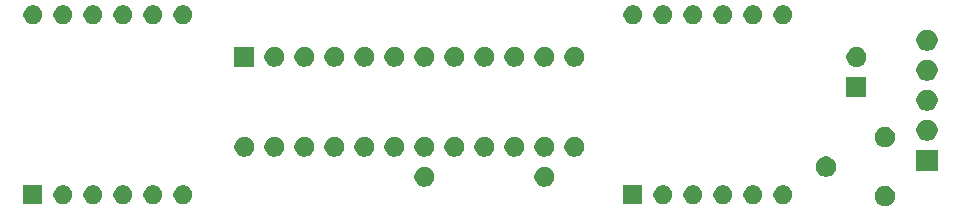
<source format=gbr>
G04 #@! TF.GenerationSoftware,KiCad,Pcbnew,(5.1.6)-1*
G04 #@! TF.CreationDate,2020-08-22T14:04:35+03:00*
G04 #@! TF.ProjectId,MAX7219 THT,4d415837-3231-4392-9054-48542e6b6963,rev?*
G04 #@! TF.SameCoordinates,Original*
G04 #@! TF.FileFunction,Soldermask,Bot*
G04 #@! TF.FilePolarity,Negative*
%FSLAX46Y46*%
G04 Gerber Fmt 4.6, Leading zero omitted, Abs format (unit mm)*
G04 Created by KiCad (PCBNEW (5.1.6)-1) date 2020-08-22 14:04:35*
%MOMM*%
%LPD*%
G01*
G04 APERTURE LIST*
%ADD10C,0.100000*%
G04 APERTURE END LIST*
D10*
G36*
X198371143Y-46924087D02*
G01*
X198527838Y-46988992D01*
X198668853Y-47083215D01*
X198788785Y-47203147D01*
X198883008Y-47344162D01*
X198947913Y-47500857D01*
X198981000Y-47667198D01*
X198981000Y-47836802D01*
X198947913Y-48003143D01*
X198883008Y-48159838D01*
X198788785Y-48300853D01*
X198668853Y-48420785D01*
X198527838Y-48515008D01*
X198371143Y-48579913D01*
X198204802Y-48613000D01*
X198035198Y-48613000D01*
X197868857Y-48579913D01*
X197712162Y-48515008D01*
X197571147Y-48420785D01*
X197451215Y-48300853D01*
X197356992Y-48159838D01*
X197292087Y-48003143D01*
X197259000Y-47836802D01*
X197259000Y-47667198D01*
X197292087Y-47500857D01*
X197356992Y-47344162D01*
X197451215Y-47203147D01*
X197571147Y-47083215D01*
X197712162Y-46988992D01*
X197868857Y-46924087D01*
X198035198Y-46891000D01*
X198204802Y-46891000D01*
X198371143Y-46924087D01*
G37*
G36*
X189717642Y-46854781D02*
G01*
X189863414Y-46915162D01*
X189863416Y-46915163D01*
X189994608Y-47002822D01*
X190106178Y-47114392D01*
X190193837Y-47245584D01*
X190193838Y-47245586D01*
X190254219Y-47391358D01*
X190285000Y-47546107D01*
X190285000Y-47703893D01*
X190254219Y-47858642D01*
X190194364Y-48003143D01*
X190193837Y-48004416D01*
X190106178Y-48135608D01*
X189994608Y-48247178D01*
X189863416Y-48334837D01*
X189863415Y-48334838D01*
X189863414Y-48334838D01*
X189717642Y-48395219D01*
X189562893Y-48426000D01*
X189405107Y-48426000D01*
X189250358Y-48395219D01*
X189104586Y-48334838D01*
X189104585Y-48334838D01*
X189104584Y-48334837D01*
X188973392Y-48247178D01*
X188861822Y-48135608D01*
X188774163Y-48004416D01*
X188773636Y-48003143D01*
X188713781Y-47858642D01*
X188683000Y-47703893D01*
X188683000Y-47546107D01*
X188713781Y-47391358D01*
X188774162Y-47245586D01*
X188774163Y-47245584D01*
X188861822Y-47114392D01*
X188973392Y-47002822D01*
X189104584Y-46915163D01*
X189104586Y-46915162D01*
X189250358Y-46854781D01*
X189405107Y-46824000D01*
X189562893Y-46824000D01*
X189717642Y-46854781D01*
G37*
G36*
X187177642Y-46854781D02*
G01*
X187323414Y-46915162D01*
X187323416Y-46915163D01*
X187454608Y-47002822D01*
X187566178Y-47114392D01*
X187653837Y-47245584D01*
X187653838Y-47245586D01*
X187714219Y-47391358D01*
X187745000Y-47546107D01*
X187745000Y-47703893D01*
X187714219Y-47858642D01*
X187654364Y-48003143D01*
X187653837Y-48004416D01*
X187566178Y-48135608D01*
X187454608Y-48247178D01*
X187323416Y-48334837D01*
X187323415Y-48334838D01*
X187323414Y-48334838D01*
X187177642Y-48395219D01*
X187022893Y-48426000D01*
X186865107Y-48426000D01*
X186710358Y-48395219D01*
X186564586Y-48334838D01*
X186564585Y-48334838D01*
X186564584Y-48334837D01*
X186433392Y-48247178D01*
X186321822Y-48135608D01*
X186234163Y-48004416D01*
X186233636Y-48003143D01*
X186173781Y-47858642D01*
X186143000Y-47703893D01*
X186143000Y-47546107D01*
X186173781Y-47391358D01*
X186234162Y-47245586D01*
X186234163Y-47245584D01*
X186321822Y-47114392D01*
X186433392Y-47002822D01*
X186564584Y-46915163D01*
X186564586Y-46915162D01*
X186710358Y-46854781D01*
X186865107Y-46824000D01*
X187022893Y-46824000D01*
X187177642Y-46854781D01*
G37*
G36*
X184637642Y-46854781D02*
G01*
X184783414Y-46915162D01*
X184783416Y-46915163D01*
X184914608Y-47002822D01*
X185026178Y-47114392D01*
X185113837Y-47245584D01*
X185113838Y-47245586D01*
X185174219Y-47391358D01*
X185205000Y-47546107D01*
X185205000Y-47703893D01*
X185174219Y-47858642D01*
X185114364Y-48003143D01*
X185113837Y-48004416D01*
X185026178Y-48135608D01*
X184914608Y-48247178D01*
X184783416Y-48334837D01*
X184783415Y-48334838D01*
X184783414Y-48334838D01*
X184637642Y-48395219D01*
X184482893Y-48426000D01*
X184325107Y-48426000D01*
X184170358Y-48395219D01*
X184024586Y-48334838D01*
X184024585Y-48334838D01*
X184024584Y-48334837D01*
X183893392Y-48247178D01*
X183781822Y-48135608D01*
X183694163Y-48004416D01*
X183693636Y-48003143D01*
X183633781Y-47858642D01*
X183603000Y-47703893D01*
X183603000Y-47546107D01*
X183633781Y-47391358D01*
X183694162Y-47245586D01*
X183694163Y-47245584D01*
X183781822Y-47114392D01*
X183893392Y-47002822D01*
X184024584Y-46915163D01*
X184024586Y-46915162D01*
X184170358Y-46854781D01*
X184325107Y-46824000D01*
X184482893Y-46824000D01*
X184637642Y-46854781D01*
G37*
G36*
X182097642Y-46854781D02*
G01*
X182243414Y-46915162D01*
X182243416Y-46915163D01*
X182374608Y-47002822D01*
X182486178Y-47114392D01*
X182573837Y-47245584D01*
X182573838Y-47245586D01*
X182634219Y-47391358D01*
X182665000Y-47546107D01*
X182665000Y-47703893D01*
X182634219Y-47858642D01*
X182574364Y-48003143D01*
X182573837Y-48004416D01*
X182486178Y-48135608D01*
X182374608Y-48247178D01*
X182243416Y-48334837D01*
X182243415Y-48334838D01*
X182243414Y-48334838D01*
X182097642Y-48395219D01*
X181942893Y-48426000D01*
X181785107Y-48426000D01*
X181630358Y-48395219D01*
X181484586Y-48334838D01*
X181484585Y-48334838D01*
X181484584Y-48334837D01*
X181353392Y-48247178D01*
X181241822Y-48135608D01*
X181154163Y-48004416D01*
X181153636Y-48003143D01*
X181093781Y-47858642D01*
X181063000Y-47703893D01*
X181063000Y-47546107D01*
X181093781Y-47391358D01*
X181154162Y-47245586D01*
X181154163Y-47245584D01*
X181241822Y-47114392D01*
X181353392Y-47002822D01*
X181484584Y-46915163D01*
X181484586Y-46915162D01*
X181630358Y-46854781D01*
X181785107Y-46824000D01*
X181942893Y-46824000D01*
X182097642Y-46854781D01*
G37*
G36*
X179557642Y-46854781D02*
G01*
X179703414Y-46915162D01*
X179703416Y-46915163D01*
X179834608Y-47002822D01*
X179946178Y-47114392D01*
X180033837Y-47245584D01*
X180033838Y-47245586D01*
X180094219Y-47391358D01*
X180125000Y-47546107D01*
X180125000Y-47703893D01*
X180094219Y-47858642D01*
X180034364Y-48003143D01*
X180033837Y-48004416D01*
X179946178Y-48135608D01*
X179834608Y-48247178D01*
X179703416Y-48334837D01*
X179703415Y-48334838D01*
X179703414Y-48334838D01*
X179557642Y-48395219D01*
X179402893Y-48426000D01*
X179245107Y-48426000D01*
X179090358Y-48395219D01*
X178944586Y-48334838D01*
X178944585Y-48334838D01*
X178944584Y-48334837D01*
X178813392Y-48247178D01*
X178701822Y-48135608D01*
X178614163Y-48004416D01*
X178613636Y-48003143D01*
X178553781Y-47858642D01*
X178523000Y-47703893D01*
X178523000Y-47546107D01*
X178553781Y-47391358D01*
X178614162Y-47245586D01*
X178614163Y-47245584D01*
X178701822Y-47114392D01*
X178813392Y-47002822D01*
X178944584Y-46915163D01*
X178944586Y-46915162D01*
X179090358Y-46854781D01*
X179245107Y-46824000D01*
X179402893Y-46824000D01*
X179557642Y-46854781D01*
G37*
G36*
X177585000Y-48426000D02*
G01*
X175983000Y-48426000D01*
X175983000Y-46824000D01*
X177585000Y-46824000D01*
X177585000Y-48426000D01*
G37*
G36*
X136377642Y-46854781D02*
G01*
X136523414Y-46915162D01*
X136523416Y-46915163D01*
X136654608Y-47002822D01*
X136766178Y-47114392D01*
X136853837Y-47245584D01*
X136853838Y-47245586D01*
X136914219Y-47391358D01*
X136945000Y-47546107D01*
X136945000Y-47703893D01*
X136914219Y-47858642D01*
X136854364Y-48003143D01*
X136853837Y-48004416D01*
X136766178Y-48135608D01*
X136654608Y-48247178D01*
X136523416Y-48334837D01*
X136523415Y-48334838D01*
X136523414Y-48334838D01*
X136377642Y-48395219D01*
X136222893Y-48426000D01*
X136065107Y-48426000D01*
X135910358Y-48395219D01*
X135764586Y-48334838D01*
X135764585Y-48334838D01*
X135764584Y-48334837D01*
X135633392Y-48247178D01*
X135521822Y-48135608D01*
X135434163Y-48004416D01*
X135433636Y-48003143D01*
X135373781Y-47858642D01*
X135343000Y-47703893D01*
X135343000Y-47546107D01*
X135373781Y-47391358D01*
X135434162Y-47245586D01*
X135434163Y-47245584D01*
X135521822Y-47114392D01*
X135633392Y-47002822D01*
X135764584Y-46915163D01*
X135764586Y-46915162D01*
X135910358Y-46854781D01*
X136065107Y-46824000D01*
X136222893Y-46824000D01*
X136377642Y-46854781D01*
G37*
G36*
X133837642Y-46854781D02*
G01*
X133983414Y-46915162D01*
X133983416Y-46915163D01*
X134114608Y-47002822D01*
X134226178Y-47114392D01*
X134313837Y-47245584D01*
X134313838Y-47245586D01*
X134374219Y-47391358D01*
X134405000Y-47546107D01*
X134405000Y-47703893D01*
X134374219Y-47858642D01*
X134314364Y-48003143D01*
X134313837Y-48004416D01*
X134226178Y-48135608D01*
X134114608Y-48247178D01*
X133983416Y-48334837D01*
X133983415Y-48334838D01*
X133983414Y-48334838D01*
X133837642Y-48395219D01*
X133682893Y-48426000D01*
X133525107Y-48426000D01*
X133370358Y-48395219D01*
X133224586Y-48334838D01*
X133224585Y-48334838D01*
X133224584Y-48334837D01*
X133093392Y-48247178D01*
X132981822Y-48135608D01*
X132894163Y-48004416D01*
X132893636Y-48003143D01*
X132833781Y-47858642D01*
X132803000Y-47703893D01*
X132803000Y-47546107D01*
X132833781Y-47391358D01*
X132894162Y-47245586D01*
X132894163Y-47245584D01*
X132981822Y-47114392D01*
X133093392Y-47002822D01*
X133224584Y-46915163D01*
X133224586Y-46915162D01*
X133370358Y-46854781D01*
X133525107Y-46824000D01*
X133682893Y-46824000D01*
X133837642Y-46854781D01*
G37*
G36*
X131297642Y-46854781D02*
G01*
X131443414Y-46915162D01*
X131443416Y-46915163D01*
X131574608Y-47002822D01*
X131686178Y-47114392D01*
X131773837Y-47245584D01*
X131773838Y-47245586D01*
X131834219Y-47391358D01*
X131865000Y-47546107D01*
X131865000Y-47703893D01*
X131834219Y-47858642D01*
X131774364Y-48003143D01*
X131773837Y-48004416D01*
X131686178Y-48135608D01*
X131574608Y-48247178D01*
X131443416Y-48334837D01*
X131443415Y-48334838D01*
X131443414Y-48334838D01*
X131297642Y-48395219D01*
X131142893Y-48426000D01*
X130985107Y-48426000D01*
X130830358Y-48395219D01*
X130684586Y-48334838D01*
X130684585Y-48334838D01*
X130684584Y-48334837D01*
X130553392Y-48247178D01*
X130441822Y-48135608D01*
X130354163Y-48004416D01*
X130353636Y-48003143D01*
X130293781Y-47858642D01*
X130263000Y-47703893D01*
X130263000Y-47546107D01*
X130293781Y-47391358D01*
X130354162Y-47245586D01*
X130354163Y-47245584D01*
X130441822Y-47114392D01*
X130553392Y-47002822D01*
X130684584Y-46915163D01*
X130684586Y-46915162D01*
X130830358Y-46854781D01*
X130985107Y-46824000D01*
X131142893Y-46824000D01*
X131297642Y-46854781D01*
G37*
G36*
X128757642Y-46854781D02*
G01*
X128903414Y-46915162D01*
X128903416Y-46915163D01*
X129034608Y-47002822D01*
X129146178Y-47114392D01*
X129233837Y-47245584D01*
X129233838Y-47245586D01*
X129294219Y-47391358D01*
X129325000Y-47546107D01*
X129325000Y-47703893D01*
X129294219Y-47858642D01*
X129234364Y-48003143D01*
X129233837Y-48004416D01*
X129146178Y-48135608D01*
X129034608Y-48247178D01*
X128903416Y-48334837D01*
X128903415Y-48334838D01*
X128903414Y-48334838D01*
X128757642Y-48395219D01*
X128602893Y-48426000D01*
X128445107Y-48426000D01*
X128290358Y-48395219D01*
X128144586Y-48334838D01*
X128144585Y-48334838D01*
X128144584Y-48334837D01*
X128013392Y-48247178D01*
X127901822Y-48135608D01*
X127814163Y-48004416D01*
X127813636Y-48003143D01*
X127753781Y-47858642D01*
X127723000Y-47703893D01*
X127723000Y-47546107D01*
X127753781Y-47391358D01*
X127814162Y-47245586D01*
X127814163Y-47245584D01*
X127901822Y-47114392D01*
X128013392Y-47002822D01*
X128144584Y-46915163D01*
X128144586Y-46915162D01*
X128290358Y-46854781D01*
X128445107Y-46824000D01*
X128602893Y-46824000D01*
X128757642Y-46854781D01*
G37*
G36*
X126785000Y-48426000D02*
G01*
X125183000Y-48426000D01*
X125183000Y-46824000D01*
X126785000Y-46824000D01*
X126785000Y-48426000D01*
G37*
G36*
X138917642Y-46854781D02*
G01*
X139063414Y-46915162D01*
X139063416Y-46915163D01*
X139194608Y-47002822D01*
X139306178Y-47114392D01*
X139393837Y-47245584D01*
X139393838Y-47245586D01*
X139454219Y-47391358D01*
X139485000Y-47546107D01*
X139485000Y-47703893D01*
X139454219Y-47858642D01*
X139394364Y-48003143D01*
X139393837Y-48004416D01*
X139306178Y-48135608D01*
X139194608Y-48247178D01*
X139063416Y-48334837D01*
X139063415Y-48334838D01*
X139063414Y-48334838D01*
X138917642Y-48395219D01*
X138762893Y-48426000D01*
X138605107Y-48426000D01*
X138450358Y-48395219D01*
X138304586Y-48334838D01*
X138304585Y-48334838D01*
X138304584Y-48334837D01*
X138173392Y-48247178D01*
X138061822Y-48135608D01*
X137974163Y-48004416D01*
X137973636Y-48003143D01*
X137913781Y-47858642D01*
X137883000Y-47703893D01*
X137883000Y-47546107D01*
X137913781Y-47391358D01*
X137974162Y-47245586D01*
X137974163Y-47245584D01*
X138061822Y-47114392D01*
X138173392Y-47002822D01*
X138304584Y-46915163D01*
X138304586Y-46915162D01*
X138450358Y-46854781D01*
X138605107Y-46824000D01*
X138762893Y-46824000D01*
X138917642Y-46854781D01*
G37*
G36*
X159379228Y-45282703D02*
G01*
X159534100Y-45346853D01*
X159673481Y-45439985D01*
X159792015Y-45558519D01*
X159885147Y-45697900D01*
X159949297Y-45852772D01*
X159982000Y-46017184D01*
X159982000Y-46184816D01*
X159949297Y-46349228D01*
X159885147Y-46504100D01*
X159792015Y-46643481D01*
X159673481Y-46762015D01*
X159534100Y-46855147D01*
X159379228Y-46919297D01*
X159214816Y-46952000D01*
X159047184Y-46952000D01*
X158882772Y-46919297D01*
X158727900Y-46855147D01*
X158588519Y-46762015D01*
X158469985Y-46643481D01*
X158376853Y-46504100D01*
X158312703Y-46349228D01*
X158280000Y-46184816D01*
X158280000Y-46017184D01*
X158312703Y-45852772D01*
X158376853Y-45697900D01*
X158469985Y-45558519D01*
X158588519Y-45439985D01*
X158727900Y-45346853D01*
X158882772Y-45282703D01*
X159047184Y-45250000D01*
X159214816Y-45250000D01*
X159379228Y-45282703D01*
G37*
G36*
X169539228Y-45282703D02*
G01*
X169694100Y-45346853D01*
X169833481Y-45439985D01*
X169952015Y-45558519D01*
X170045147Y-45697900D01*
X170109297Y-45852772D01*
X170142000Y-46017184D01*
X170142000Y-46184816D01*
X170109297Y-46349228D01*
X170045147Y-46504100D01*
X169952015Y-46643481D01*
X169833481Y-46762015D01*
X169694100Y-46855147D01*
X169539228Y-46919297D01*
X169374816Y-46952000D01*
X169207184Y-46952000D01*
X169042772Y-46919297D01*
X168887900Y-46855147D01*
X168748519Y-46762015D01*
X168629985Y-46643481D01*
X168536853Y-46504100D01*
X168472703Y-46349228D01*
X168440000Y-46184816D01*
X168440000Y-46017184D01*
X168472703Y-45852772D01*
X168536853Y-45697900D01*
X168629985Y-45558519D01*
X168748519Y-45439985D01*
X168887900Y-45346853D01*
X169042772Y-45282703D01*
X169207184Y-45250000D01*
X169374816Y-45250000D01*
X169539228Y-45282703D01*
G37*
G36*
X193371143Y-44424087D02*
G01*
X193527838Y-44488992D01*
X193668853Y-44583215D01*
X193788785Y-44703147D01*
X193883008Y-44844162D01*
X193947913Y-45000857D01*
X193981000Y-45167198D01*
X193981000Y-45336802D01*
X193947913Y-45503143D01*
X193883008Y-45659838D01*
X193788785Y-45800853D01*
X193668853Y-45920785D01*
X193527838Y-46015008D01*
X193371143Y-46079913D01*
X193204802Y-46113000D01*
X193035198Y-46113000D01*
X192868857Y-46079913D01*
X192712162Y-46015008D01*
X192571147Y-45920785D01*
X192451215Y-45800853D01*
X192356992Y-45659838D01*
X192292087Y-45503143D01*
X192259000Y-45336802D01*
X192259000Y-45167198D01*
X192292087Y-45000857D01*
X192356992Y-44844162D01*
X192451215Y-44703147D01*
X192571147Y-44583215D01*
X192712162Y-44488992D01*
X192868857Y-44424087D01*
X193035198Y-44391000D01*
X193204802Y-44391000D01*
X193371143Y-44424087D01*
G37*
G36*
X202577000Y-45605000D02*
G01*
X200775000Y-45605000D01*
X200775000Y-43803000D01*
X202577000Y-43803000D01*
X202577000Y-45605000D01*
G37*
G36*
X164459228Y-42742703D02*
G01*
X164614100Y-42806853D01*
X164753481Y-42899985D01*
X164872015Y-43018519D01*
X164965147Y-43157900D01*
X165029297Y-43312772D01*
X165062000Y-43477184D01*
X165062000Y-43644816D01*
X165029297Y-43809228D01*
X164965147Y-43964100D01*
X164872015Y-44103481D01*
X164753481Y-44222015D01*
X164614100Y-44315147D01*
X164459228Y-44379297D01*
X164294816Y-44412000D01*
X164127184Y-44412000D01*
X163962772Y-44379297D01*
X163807900Y-44315147D01*
X163668519Y-44222015D01*
X163549985Y-44103481D01*
X163456853Y-43964100D01*
X163392703Y-43809228D01*
X163360000Y-43644816D01*
X163360000Y-43477184D01*
X163392703Y-43312772D01*
X163456853Y-43157900D01*
X163549985Y-43018519D01*
X163668519Y-42899985D01*
X163807900Y-42806853D01*
X163962772Y-42742703D01*
X164127184Y-42710000D01*
X164294816Y-42710000D01*
X164459228Y-42742703D01*
G37*
G36*
X159379228Y-42742703D02*
G01*
X159534100Y-42806853D01*
X159673481Y-42899985D01*
X159792015Y-43018519D01*
X159885147Y-43157900D01*
X159949297Y-43312772D01*
X159982000Y-43477184D01*
X159982000Y-43644816D01*
X159949297Y-43809228D01*
X159885147Y-43964100D01*
X159792015Y-44103481D01*
X159673481Y-44222015D01*
X159534100Y-44315147D01*
X159379228Y-44379297D01*
X159214816Y-44412000D01*
X159047184Y-44412000D01*
X158882772Y-44379297D01*
X158727900Y-44315147D01*
X158588519Y-44222015D01*
X158469985Y-44103481D01*
X158376853Y-43964100D01*
X158312703Y-43809228D01*
X158280000Y-43644816D01*
X158280000Y-43477184D01*
X158312703Y-43312772D01*
X158376853Y-43157900D01*
X158469985Y-43018519D01*
X158588519Y-42899985D01*
X158727900Y-42806853D01*
X158882772Y-42742703D01*
X159047184Y-42710000D01*
X159214816Y-42710000D01*
X159379228Y-42742703D01*
G37*
G36*
X156839228Y-42742703D02*
G01*
X156994100Y-42806853D01*
X157133481Y-42899985D01*
X157252015Y-43018519D01*
X157345147Y-43157900D01*
X157409297Y-43312772D01*
X157442000Y-43477184D01*
X157442000Y-43644816D01*
X157409297Y-43809228D01*
X157345147Y-43964100D01*
X157252015Y-44103481D01*
X157133481Y-44222015D01*
X156994100Y-44315147D01*
X156839228Y-44379297D01*
X156674816Y-44412000D01*
X156507184Y-44412000D01*
X156342772Y-44379297D01*
X156187900Y-44315147D01*
X156048519Y-44222015D01*
X155929985Y-44103481D01*
X155836853Y-43964100D01*
X155772703Y-43809228D01*
X155740000Y-43644816D01*
X155740000Y-43477184D01*
X155772703Y-43312772D01*
X155836853Y-43157900D01*
X155929985Y-43018519D01*
X156048519Y-42899985D01*
X156187900Y-42806853D01*
X156342772Y-42742703D01*
X156507184Y-42710000D01*
X156674816Y-42710000D01*
X156839228Y-42742703D01*
G37*
G36*
X154299228Y-42742703D02*
G01*
X154454100Y-42806853D01*
X154593481Y-42899985D01*
X154712015Y-43018519D01*
X154805147Y-43157900D01*
X154869297Y-43312772D01*
X154902000Y-43477184D01*
X154902000Y-43644816D01*
X154869297Y-43809228D01*
X154805147Y-43964100D01*
X154712015Y-44103481D01*
X154593481Y-44222015D01*
X154454100Y-44315147D01*
X154299228Y-44379297D01*
X154134816Y-44412000D01*
X153967184Y-44412000D01*
X153802772Y-44379297D01*
X153647900Y-44315147D01*
X153508519Y-44222015D01*
X153389985Y-44103481D01*
X153296853Y-43964100D01*
X153232703Y-43809228D01*
X153200000Y-43644816D01*
X153200000Y-43477184D01*
X153232703Y-43312772D01*
X153296853Y-43157900D01*
X153389985Y-43018519D01*
X153508519Y-42899985D01*
X153647900Y-42806853D01*
X153802772Y-42742703D01*
X153967184Y-42710000D01*
X154134816Y-42710000D01*
X154299228Y-42742703D01*
G37*
G36*
X172079228Y-42742703D02*
G01*
X172234100Y-42806853D01*
X172373481Y-42899985D01*
X172492015Y-43018519D01*
X172585147Y-43157900D01*
X172649297Y-43312772D01*
X172682000Y-43477184D01*
X172682000Y-43644816D01*
X172649297Y-43809228D01*
X172585147Y-43964100D01*
X172492015Y-44103481D01*
X172373481Y-44222015D01*
X172234100Y-44315147D01*
X172079228Y-44379297D01*
X171914816Y-44412000D01*
X171747184Y-44412000D01*
X171582772Y-44379297D01*
X171427900Y-44315147D01*
X171288519Y-44222015D01*
X171169985Y-44103481D01*
X171076853Y-43964100D01*
X171012703Y-43809228D01*
X170980000Y-43644816D01*
X170980000Y-43477184D01*
X171012703Y-43312772D01*
X171076853Y-43157900D01*
X171169985Y-43018519D01*
X171288519Y-42899985D01*
X171427900Y-42806853D01*
X171582772Y-42742703D01*
X171747184Y-42710000D01*
X171914816Y-42710000D01*
X172079228Y-42742703D01*
G37*
G36*
X151759228Y-42742703D02*
G01*
X151914100Y-42806853D01*
X152053481Y-42899985D01*
X152172015Y-43018519D01*
X152265147Y-43157900D01*
X152329297Y-43312772D01*
X152362000Y-43477184D01*
X152362000Y-43644816D01*
X152329297Y-43809228D01*
X152265147Y-43964100D01*
X152172015Y-44103481D01*
X152053481Y-44222015D01*
X151914100Y-44315147D01*
X151759228Y-44379297D01*
X151594816Y-44412000D01*
X151427184Y-44412000D01*
X151262772Y-44379297D01*
X151107900Y-44315147D01*
X150968519Y-44222015D01*
X150849985Y-44103481D01*
X150756853Y-43964100D01*
X150692703Y-43809228D01*
X150660000Y-43644816D01*
X150660000Y-43477184D01*
X150692703Y-43312772D01*
X150756853Y-43157900D01*
X150849985Y-43018519D01*
X150968519Y-42899985D01*
X151107900Y-42806853D01*
X151262772Y-42742703D01*
X151427184Y-42710000D01*
X151594816Y-42710000D01*
X151759228Y-42742703D01*
G37*
G36*
X149219228Y-42742703D02*
G01*
X149374100Y-42806853D01*
X149513481Y-42899985D01*
X149632015Y-43018519D01*
X149725147Y-43157900D01*
X149789297Y-43312772D01*
X149822000Y-43477184D01*
X149822000Y-43644816D01*
X149789297Y-43809228D01*
X149725147Y-43964100D01*
X149632015Y-44103481D01*
X149513481Y-44222015D01*
X149374100Y-44315147D01*
X149219228Y-44379297D01*
X149054816Y-44412000D01*
X148887184Y-44412000D01*
X148722772Y-44379297D01*
X148567900Y-44315147D01*
X148428519Y-44222015D01*
X148309985Y-44103481D01*
X148216853Y-43964100D01*
X148152703Y-43809228D01*
X148120000Y-43644816D01*
X148120000Y-43477184D01*
X148152703Y-43312772D01*
X148216853Y-43157900D01*
X148309985Y-43018519D01*
X148428519Y-42899985D01*
X148567900Y-42806853D01*
X148722772Y-42742703D01*
X148887184Y-42710000D01*
X149054816Y-42710000D01*
X149219228Y-42742703D01*
G37*
G36*
X144139228Y-42742703D02*
G01*
X144294100Y-42806853D01*
X144433481Y-42899985D01*
X144552015Y-43018519D01*
X144645147Y-43157900D01*
X144709297Y-43312772D01*
X144742000Y-43477184D01*
X144742000Y-43644816D01*
X144709297Y-43809228D01*
X144645147Y-43964100D01*
X144552015Y-44103481D01*
X144433481Y-44222015D01*
X144294100Y-44315147D01*
X144139228Y-44379297D01*
X143974816Y-44412000D01*
X143807184Y-44412000D01*
X143642772Y-44379297D01*
X143487900Y-44315147D01*
X143348519Y-44222015D01*
X143229985Y-44103481D01*
X143136853Y-43964100D01*
X143072703Y-43809228D01*
X143040000Y-43644816D01*
X143040000Y-43477184D01*
X143072703Y-43312772D01*
X143136853Y-43157900D01*
X143229985Y-43018519D01*
X143348519Y-42899985D01*
X143487900Y-42806853D01*
X143642772Y-42742703D01*
X143807184Y-42710000D01*
X143974816Y-42710000D01*
X144139228Y-42742703D01*
G37*
G36*
X169539228Y-42742703D02*
G01*
X169694100Y-42806853D01*
X169833481Y-42899985D01*
X169952015Y-43018519D01*
X170045147Y-43157900D01*
X170109297Y-43312772D01*
X170142000Y-43477184D01*
X170142000Y-43644816D01*
X170109297Y-43809228D01*
X170045147Y-43964100D01*
X169952015Y-44103481D01*
X169833481Y-44222015D01*
X169694100Y-44315147D01*
X169539228Y-44379297D01*
X169374816Y-44412000D01*
X169207184Y-44412000D01*
X169042772Y-44379297D01*
X168887900Y-44315147D01*
X168748519Y-44222015D01*
X168629985Y-44103481D01*
X168536853Y-43964100D01*
X168472703Y-43809228D01*
X168440000Y-43644816D01*
X168440000Y-43477184D01*
X168472703Y-43312772D01*
X168536853Y-43157900D01*
X168629985Y-43018519D01*
X168748519Y-42899985D01*
X168887900Y-42806853D01*
X169042772Y-42742703D01*
X169207184Y-42710000D01*
X169374816Y-42710000D01*
X169539228Y-42742703D01*
G37*
G36*
X166999228Y-42742703D02*
G01*
X167154100Y-42806853D01*
X167293481Y-42899985D01*
X167412015Y-43018519D01*
X167505147Y-43157900D01*
X167569297Y-43312772D01*
X167602000Y-43477184D01*
X167602000Y-43644816D01*
X167569297Y-43809228D01*
X167505147Y-43964100D01*
X167412015Y-44103481D01*
X167293481Y-44222015D01*
X167154100Y-44315147D01*
X166999228Y-44379297D01*
X166834816Y-44412000D01*
X166667184Y-44412000D01*
X166502772Y-44379297D01*
X166347900Y-44315147D01*
X166208519Y-44222015D01*
X166089985Y-44103481D01*
X165996853Y-43964100D01*
X165932703Y-43809228D01*
X165900000Y-43644816D01*
X165900000Y-43477184D01*
X165932703Y-43312772D01*
X165996853Y-43157900D01*
X166089985Y-43018519D01*
X166208519Y-42899985D01*
X166347900Y-42806853D01*
X166502772Y-42742703D01*
X166667184Y-42710000D01*
X166834816Y-42710000D01*
X166999228Y-42742703D01*
G37*
G36*
X161919228Y-42742703D02*
G01*
X162074100Y-42806853D01*
X162213481Y-42899985D01*
X162332015Y-43018519D01*
X162425147Y-43157900D01*
X162489297Y-43312772D01*
X162522000Y-43477184D01*
X162522000Y-43644816D01*
X162489297Y-43809228D01*
X162425147Y-43964100D01*
X162332015Y-44103481D01*
X162213481Y-44222015D01*
X162074100Y-44315147D01*
X161919228Y-44379297D01*
X161754816Y-44412000D01*
X161587184Y-44412000D01*
X161422772Y-44379297D01*
X161267900Y-44315147D01*
X161128519Y-44222015D01*
X161009985Y-44103481D01*
X160916853Y-43964100D01*
X160852703Y-43809228D01*
X160820000Y-43644816D01*
X160820000Y-43477184D01*
X160852703Y-43312772D01*
X160916853Y-43157900D01*
X161009985Y-43018519D01*
X161128519Y-42899985D01*
X161267900Y-42806853D01*
X161422772Y-42742703D01*
X161587184Y-42710000D01*
X161754816Y-42710000D01*
X161919228Y-42742703D01*
G37*
G36*
X146679228Y-42742703D02*
G01*
X146834100Y-42806853D01*
X146973481Y-42899985D01*
X147092015Y-43018519D01*
X147185147Y-43157900D01*
X147249297Y-43312772D01*
X147282000Y-43477184D01*
X147282000Y-43644816D01*
X147249297Y-43809228D01*
X147185147Y-43964100D01*
X147092015Y-44103481D01*
X146973481Y-44222015D01*
X146834100Y-44315147D01*
X146679228Y-44379297D01*
X146514816Y-44412000D01*
X146347184Y-44412000D01*
X146182772Y-44379297D01*
X146027900Y-44315147D01*
X145888519Y-44222015D01*
X145769985Y-44103481D01*
X145676853Y-43964100D01*
X145612703Y-43809228D01*
X145580000Y-43644816D01*
X145580000Y-43477184D01*
X145612703Y-43312772D01*
X145676853Y-43157900D01*
X145769985Y-43018519D01*
X145888519Y-42899985D01*
X146027900Y-42806853D01*
X146182772Y-42742703D01*
X146347184Y-42710000D01*
X146514816Y-42710000D01*
X146679228Y-42742703D01*
G37*
G36*
X198371143Y-41924087D02*
G01*
X198527838Y-41988992D01*
X198668853Y-42083215D01*
X198788785Y-42203147D01*
X198883008Y-42344162D01*
X198947913Y-42500857D01*
X198981000Y-42667198D01*
X198981000Y-42836802D01*
X198947913Y-43003143D01*
X198883008Y-43159838D01*
X198788785Y-43300853D01*
X198668853Y-43420785D01*
X198527838Y-43515008D01*
X198371143Y-43579913D01*
X198204802Y-43613000D01*
X198035198Y-43613000D01*
X197868857Y-43579913D01*
X197712162Y-43515008D01*
X197571147Y-43420785D01*
X197451215Y-43300853D01*
X197356992Y-43159838D01*
X197292087Y-43003143D01*
X197259000Y-42836802D01*
X197259000Y-42667198D01*
X197292087Y-42500857D01*
X197356992Y-42344162D01*
X197451215Y-42203147D01*
X197571147Y-42083215D01*
X197712162Y-41988992D01*
X197868857Y-41924087D01*
X198035198Y-41891000D01*
X198204802Y-41891000D01*
X198371143Y-41924087D01*
G37*
G36*
X201789512Y-41267927D02*
G01*
X201938812Y-41297624D01*
X202102784Y-41365544D01*
X202250354Y-41464147D01*
X202375853Y-41589646D01*
X202474456Y-41737216D01*
X202542376Y-41901188D01*
X202577000Y-42075259D01*
X202577000Y-42252741D01*
X202542376Y-42426812D01*
X202474456Y-42590784D01*
X202375853Y-42738354D01*
X202250354Y-42863853D01*
X202102784Y-42962456D01*
X201938812Y-43030376D01*
X201789512Y-43060073D01*
X201764742Y-43065000D01*
X201587258Y-43065000D01*
X201562488Y-43060073D01*
X201413188Y-43030376D01*
X201249216Y-42962456D01*
X201101646Y-42863853D01*
X200976147Y-42738354D01*
X200877544Y-42590784D01*
X200809624Y-42426812D01*
X200775000Y-42252741D01*
X200775000Y-42075259D01*
X200809624Y-41901188D01*
X200877544Y-41737216D01*
X200976147Y-41589646D01*
X201101646Y-41464147D01*
X201249216Y-41365544D01*
X201413188Y-41297624D01*
X201562488Y-41267927D01*
X201587258Y-41263000D01*
X201764742Y-41263000D01*
X201789512Y-41267927D01*
G37*
G36*
X201789512Y-38727927D02*
G01*
X201938812Y-38757624D01*
X202102784Y-38825544D01*
X202250354Y-38924147D01*
X202375853Y-39049646D01*
X202474456Y-39197216D01*
X202542376Y-39361188D01*
X202577000Y-39535259D01*
X202577000Y-39712741D01*
X202542376Y-39886812D01*
X202474456Y-40050784D01*
X202375853Y-40198354D01*
X202250354Y-40323853D01*
X202102784Y-40422456D01*
X201938812Y-40490376D01*
X201789512Y-40520073D01*
X201764742Y-40525000D01*
X201587258Y-40525000D01*
X201562488Y-40520073D01*
X201413188Y-40490376D01*
X201249216Y-40422456D01*
X201101646Y-40323853D01*
X200976147Y-40198354D01*
X200877544Y-40050784D01*
X200809624Y-39886812D01*
X200775000Y-39712741D01*
X200775000Y-39535259D01*
X200809624Y-39361188D01*
X200877544Y-39197216D01*
X200976147Y-39049646D01*
X201101646Y-38924147D01*
X201249216Y-38825544D01*
X201413188Y-38757624D01*
X201562488Y-38727927D01*
X201587258Y-38723000D01*
X201764742Y-38723000D01*
X201789512Y-38727927D01*
G37*
G36*
X196558000Y-39332000D02*
G01*
X194856000Y-39332000D01*
X194856000Y-37630000D01*
X196558000Y-37630000D01*
X196558000Y-39332000D01*
G37*
G36*
X201789512Y-36187927D02*
G01*
X201938812Y-36217624D01*
X202102784Y-36285544D01*
X202250354Y-36384147D01*
X202375853Y-36509646D01*
X202474456Y-36657216D01*
X202542376Y-36821188D01*
X202577000Y-36995259D01*
X202577000Y-37172741D01*
X202542376Y-37346812D01*
X202474456Y-37510784D01*
X202375853Y-37658354D01*
X202250354Y-37783853D01*
X202102784Y-37882456D01*
X201938812Y-37950376D01*
X201789512Y-37980073D01*
X201764742Y-37985000D01*
X201587258Y-37985000D01*
X201562488Y-37980073D01*
X201413188Y-37950376D01*
X201249216Y-37882456D01*
X201101646Y-37783853D01*
X200976147Y-37658354D01*
X200877544Y-37510784D01*
X200809624Y-37346812D01*
X200775000Y-37172741D01*
X200775000Y-36995259D01*
X200809624Y-36821188D01*
X200877544Y-36657216D01*
X200976147Y-36509646D01*
X201101646Y-36384147D01*
X201249216Y-36285544D01*
X201413188Y-36217624D01*
X201562488Y-36187927D01*
X201587258Y-36183000D01*
X201764742Y-36183000D01*
X201789512Y-36187927D01*
G37*
G36*
X195955228Y-35162703D02*
G01*
X196110100Y-35226853D01*
X196249481Y-35319985D01*
X196368015Y-35438519D01*
X196461147Y-35577900D01*
X196525297Y-35732772D01*
X196558000Y-35897184D01*
X196558000Y-36064816D01*
X196525297Y-36229228D01*
X196461147Y-36384100D01*
X196368015Y-36523481D01*
X196249481Y-36642015D01*
X196110100Y-36735147D01*
X195955228Y-36799297D01*
X195790816Y-36832000D01*
X195623184Y-36832000D01*
X195458772Y-36799297D01*
X195303900Y-36735147D01*
X195164519Y-36642015D01*
X195045985Y-36523481D01*
X194952853Y-36384100D01*
X194888703Y-36229228D01*
X194856000Y-36064816D01*
X194856000Y-35897184D01*
X194888703Y-35732772D01*
X194952853Y-35577900D01*
X195045985Y-35438519D01*
X195164519Y-35319985D01*
X195303900Y-35226853D01*
X195458772Y-35162703D01*
X195623184Y-35130000D01*
X195790816Y-35130000D01*
X195955228Y-35162703D01*
G37*
G36*
X169539228Y-35122703D02*
G01*
X169694100Y-35186853D01*
X169833481Y-35279985D01*
X169952015Y-35398519D01*
X170045147Y-35537900D01*
X170109297Y-35692772D01*
X170142000Y-35857184D01*
X170142000Y-36024816D01*
X170109297Y-36189228D01*
X170045147Y-36344100D01*
X169952015Y-36483481D01*
X169833481Y-36602015D01*
X169694100Y-36695147D01*
X169539228Y-36759297D01*
X169374816Y-36792000D01*
X169207184Y-36792000D01*
X169042772Y-36759297D01*
X168887900Y-36695147D01*
X168748519Y-36602015D01*
X168629985Y-36483481D01*
X168536853Y-36344100D01*
X168472703Y-36189228D01*
X168440000Y-36024816D01*
X168440000Y-35857184D01*
X168472703Y-35692772D01*
X168536853Y-35537900D01*
X168629985Y-35398519D01*
X168748519Y-35279985D01*
X168887900Y-35186853D01*
X169042772Y-35122703D01*
X169207184Y-35090000D01*
X169374816Y-35090000D01*
X169539228Y-35122703D01*
G37*
G36*
X166999228Y-35122703D02*
G01*
X167154100Y-35186853D01*
X167293481Y-35279985D01*
X167412015Y-35398519D01*
X167505147Y-35537900D01*
X167569297Y-35692772D01*
X167602000Y-35857184D01*
X167602000Y-36024816D01*
X167569297Y-36189228D01*
X167505147Y-36344100D01*
X167412015Y-36483481D01*
X167293481Y-36602015D01*
X167154100Y-36695147D01*
X166999228Y-36759297D01*
X166834816Y-36792000D01*
X166667184Y-36792000D01*
X166502772Y-36759297D01*
X166347900Y-36695147D01*
X166208519Y-36602015D01*
X166089985Y-36483481D01*
X165996853Y-36344100D01*
X165932703Y-36189228D01*
X165900000Y-36024816D01*
X165900000Y-35857184D01*
X165932703Y-35692772D01*
X165996853Y-35537900D01*
X166089985Y-35398519D01*
X166208519Y-35279985D01*
X166347900Y-35186853D01*
X166502772Y-35122703D01*
X166667184Y-35090000D01*
X166834816Y-35090000D01*
X166999228Y-35122703D01*
G37*
G36*
X172079228Y-35122703D02*
G01*
X172234100Y-35186853D01*
X172373481Y-35279985D01*
X172492015Y-35398519D01*
X172585147Y-35537900D01*
X172649297Y-35692772D01*
X172682000Y-35857184D01*
X172682000Y-36024816D01*
X172649297Y-36189228D01*
X172585147Y-36344100D01*
X172492015Y-36483481D01*
X172373481Y-36602015D01*
X172234100Y-36695147D01*
X172079228Y-36759297D01*
X171914816Y-36792000D01*
X171747184Y-36792000D01*
X171582772Y-36759297D01*
X171427900Y-36695147D01*
X171288519Y-36602015D01*
X171169985Y-36483481D01*
X171076853Y-36344100D01*
X171012703Y-36189228D01*
X170980000Y-36024816D01*
X170980000Y-35857184D01*
X171012703Y-35692772D01*
X171076853Y-35537900D01*
X171169985Y-35398519D01*
X171288519Y-35279985D01*
X171427900Y-35186853D01*
X171582772Y-35122703D01*
X171747184Y-35090000D01*
X171914816Y-35090000D01*
X172079228Y-35122703D01*
G37*
G36*
X161919228Y-35122703D02*
G01*
X162074100Y-35186853D01*
X162213481Y-35279985D01*
X162332015Y-35398519D01*
X162425147Y-35537900D01*
X162489297Y-35692772D01*
X162522000Y-35857184D01*
X162522000Y-36024816D01*
X162489297Y-36189228D01*
X162425147Y-36344100D01*
X162332015Y-36483481D01*
X162213481Y-36602015D01*
X162074100Y-36695147D01*
X161919228Y-36759297D01*
X161754816Y-36792000D01*
X161587184Y-36792000D01*
X161422772Y-36759297D01*
X161267900Y-36695147D01*
X161128519Y-36602015D01*
X161009985Y-36483481D01*
X160916853Y-36344100D01*
X160852703Y-36189228D01*
X160820000Y-36024816D01*
X160820000Y-35857184D01*
X160852703Y-35692772D01*
X160916853Y-35537900D01*
X161009985Y-35398519D01*
X161128519Y-35279985D01*
X161267900Y-35186853D01*
X161422772Y-35122703D01*
X161587184Y-35090000D01*
X161754816Y-35090000D01*
X161919228Y-35122703D01*
G37*
G36*
X159379228Y-35122703D02*
G01*
X159534100Y-35186853D01*
X159673481Y-35279985D01*
X159792015Y-35398519D01*
X159885147Y-35537900D01*
X159949297Y-35692772D01*
X159982000Y-35857184D01*
X159982000Y-36024816D01*
X159949297Y-36189228D01*
X159885147Y-36344100D01*
X159792015Y-36483481D01*
X159673481Y-36602015D01*
X159534100Y-36695147D01*
X159379228Y-36759297D01*
X159214816Y-36792000D01*
X159047184Y-36792000D01*
X158882772Y-36759297D01*
X158727900Y-36695147D01*
X158588519Y-36602015D01*
X158469985Y-36483481D01*
X158376853Y-36344100D01*
X158312703Y-36189228D01*
X158280000Y-36024816D01*
X158280000Y-35857184D01*
X158312703Y-35692772D01*
X158376853Y-35537900D01*
X158469985Y-35398519D01*
X158588519Y-35279985D01*
X158727900Y-35186853D01*
X158882772Y-35122703D01*
X159047184Y-35090000D01*
X159214816Y-35090000D01*
X159379228Y-35122703D01*
G37*
G36*
X164459228Y-35122703D02*
G01*
X164614100Y-35186853D01*
X164753481Y-35279985D01*
X164872015Y-35398519D01*
X164965147Y-35537900D01*
X165029297Y-35692772D01*
X165062000Y-35857184D01*
X165062000Y-36024816D01*
X165029297Y-36189228D01*
X164965147Y-36344100D01*
X164872015Y-36483481D01*
X164753481Y-36602015D01*
X164614100Y-36695147D01*
X164459228Y-36759297D01*
X164294816Y-36792000D01*
X164127184Y-36792000D01*
X163962772Y-36759297D01*
X163807900Y-36695147D01*
X163668519Y-36602015D01*
X163549985Y-36483481D01*
X163456853Y-36344100D01*
X163392703Y-36189228D01*
X163360000Y-36024816D01*
X163360000Y-35857184D01*
X163392703Y-35692772D01*
X163456853Y-35537900D01*
X163549985Y-35398519D01*
X163668519Y-35279985D01*
X163807900Y-35186853D01*
X163962772Y-35122703D01*
X164127184Y-35090000D01*
X164294816Y-35090000D01*
X164459228Y-35122703D01*
G37*
G36*
X151759228Y-35122703D02*
G01*
X151914100Y-35186853D01*
X152053481Y-35279985D01*
X152172015Y-35398519D01*
X152265147Y-35537900D01*
X152329297Y-35692772D01*
X152362000Y-35857184D01*
X152362000Y-36024816D01*
X152329297Y-36189228D01*
X152265147Y-36344100D01*
X152172015Y-36483481D01*
X152053481Y-36602015D01*
X151914100Y-36695147D01*
X151759228Y-36759297D01*
X151594816Y-36792000D01*
X151427184Y-36792000D01*
X151262772Y-36759297D01*
X151107900Y-36695147D01*
X150968519Y-36602015D01*
X150849985Y-36483481D01*
X150756853Y-36344100D01*
X150692703Y-36189228D01*
X150660000Y-36024816D01*
X150660000Y-35857184D01*
X150692703Y-35692772D01*
X150756853Y-35537900D01*
X150849985Y-35398519D01*
X150968519Y-35279985D01*
X151107900Y-35186853D01*
X151262772Y-35122703D01*
X151427184Y-35090000D01*
X151594816Y-35090000D01*
X151759228Y-35122703D01*
G37*
G36*
X149219228Y-35122703D02*
G01*
X149374100Y-35186853D01*
X149513481Y-35279985D01*
X149632015Y-35398519D01*
X149725147Y-35537900D01*
X149789297Y-35692772D01*
X149822000Y-35857184D01*
X149822000Y-36024816D01*
X149789297Y-36189228D01*
X149725147Y-36344100D01*
X149632015Y-36483481D01*
X149513481Y-36602015D01*
X149374100Y-36695147D01*
X149219228Y-36759297D01*
X149054816Y-36792000D01*
X148887184Y-36792000D01*
X148722772Y-36759297D01*
X148567900Y-36695147D01*
X148428519Y-36602015D01*
X148309985Y-36483481D01*
X148216853Y-36344100D01*
X148152703Y-36189228D01*
X148120000Y-36024816D01*
X148120000Y-35857184D01*
X148152703Y-35692772D01*
X148216853Y-35537900D01*
X148309985Y-35398519D01*
X148428519Y-35279985D01*
X148567900Y-35186853D01*
X148722772Y-35122703D01*
X148887184Y-35090000D01*
X149054816Y-35090000D01*
X149219228Y-35122703D01*
G37*
G36*
X146679228Y-35122703D02*
G01*
X146834100Y-35186853D01*
X146973481Y-35279985D01*
X147092015Y-35398519D01*
X147185147Y-35537900D01*
X147249297Y-35692772D01*
X147282000Y-35857184D01*
X147282000Y-36024816D01*
X147249297Y-36189228D01*
X147185147Y-36344100D01*
X147092015Y-36483481D01*
X146973481Y-36602015D01*
X146834100Y-36695147D01*
X146679228Y-36759297D01*
X146514816Y-36792000D01*
X146347184Y-36792000D01*
X146182772Y-36759297D01*
X146027900Y-36695147D01*
X145888519Y-36602015D01*
X145769985Y-36483481D01*
X145676853Y-36344100D01*
X145612703Y-36189228D01*
X145580000Y-36024816D01*
X145580000Y-35857184D01*
X145612703Y-35692772D01*
X145676853Y-35537900D01*
X145769985Y-35398519D01*
X145888519Y-35279985D01*
X146027900Y-35186853D01*
X146182772Y-35122703D01*
X146347184Y-35090000D01*
X146514816Y-35090000D01*
X146679228Y-35122703D01*
G37*
G36*
X144742000Y-36792000D02*
G01*
X143040000Y-36792000D01*
X143040000Y-35090000D01*
X144742000Y-35090000D01*
X144742000Y-36792000D01*
G37*
G36*
X156839228Y-35122703D02*
G01*
X156994100Y-35186853D01*
X157133481Y-35279985D01*
X157252015Y-35398519D01*
X157345147Y-35537900D01*
X157409297Y-35692772D01*
X157442000Y-35857184D01*
X157442000Y-36024816D01*
X157409297Y-36189228D01*
X157345147Y-36344100D01*
X157252015Y-36483481D01*
X157133481Y-36602015D01*
X156994100Y-36695147D01*
X156839228Y-36759297D01*
X156674816Y-36792000D01*
X156507184Y-36792000D01*
X156342772Y-36759297D01*
X156187900Y-36695147D01*
X156048519Y-36602015D01*
X155929985Y-36483481D01*
X155836853Y-36344100D01*
X155772703Y-36189228D01*
X155740000Y-36024816D01*
X155740000Y-35857184D01*
X155772703Y-35692772D01*
X155836853Y-35537900D01*
X155929985Y-35398519D01*
X156048519Y-35279985D01*
X156187900Y-35186853D01*
X156342772Y-35122703D01*
X156507184Y-35090000D01*
X156674816Y-35090000D01*
X156839228Y-35122703D01*
G37*
G36*
X154299228Y-35122703D02*
G01*
X154454100Y-35186853D01*
X154593481Y-35279985D01*
X154712015Y-35398519D01*
X154805147Y-35537900D01*
X154869297Y-35692772D01*
X154902000Y-35857184D01*
X154902000Y-36024816D01*
X154869297Y-36189228D01*
X154805147Y-36344100D01*
X154712015Y-36483481D01*
X154593481Y-36602015D01*
X154454100Y-36695147D01*
X154299228Y-36759297D01*
X154134816Y-36792000D01*
X153967184Y-36792000D01*
X153802772Y-36759297D01*
X153647900Y-36695147D01*
X153508519Y-36602015D01*
X153389985Y-36483481D01*
X153296853Y-36344100D01*
X153232703Y-36189228D01*
X153200000Y-36024816D01*
X153200000Y-35857184D01*
X153232703Y-35692772D01*
X153296853Y-35537900D01*
X153389985Y-35398519D01*
X153508519Y-35279985D01*
X153647900Y-35186853D01*
X153802772Y-35122703D01*
X153967184Y-35090000D01*
X154134816Y-35090000D01*
X154299228Y-35122703D01*
G37*
G36*
X201789512Y-33647927D02*
G01*
X201938812Y-33677624D01*
X202102784Y-33745544D01*
X202250354Y-33844147D01*
X202375853Y-33969646D01*
X202474456Y-34117216D01*
X202542376Y-34281188D01*
X202577000Y-34455259D01*
X202577000Y-34632741D01*
X202542376Y-34806812D01*
X202474456Y-34970784D01*
X202375853Y-35118354D01*
X202250354Y-35243853D01*
X202102784Y-35342456D01*
X201938812Y-35410376D01*
X201797324Y-35438519D01*
X201764742Y-35445000D01*
X201587258Y-35445000D01*
X201554676Y-35438519D01*
X201413188Y-35410376D01*
X201249216Y-35342456D01*
X201101646Y-35243853D01*
X200976147Y-35118354D01*
X200877544Y-34970784D01*
X200809624Y-34806812D01*
X200775000Y-34632741D01*
X200775000Y-34455259D01*
X200809624Y-34281188D01*
X200877544Y-34117216D01*
X200976147Y-33969646D01*
X201101646Y-33844147D01*
X201249216Y-33745544D01*
X201413188Y-33677624D01*
X201562488Y-33647927D01*
X201587258Y-33643000D01*
X201764742Y-33643000D01*
X201789512Y-33647927D01*
G37*
G36*
X126217642Y-31614781D02*
G01*
X126363414Y-31675162D01*
X126363416Y-31675163D01*
X126494608Y-31762822D01*
X126606178Y-31874392D01*
X126693837Y-32005584D01*
X126693838Y-32005586D01*
X126754219Y-32151358D01*
X126785000Y-32306107D01*
X126785000Y-32463893D01*
X126754219Y-32618642D01*
X126693838Y-32764414D01*
X126693837Y-32764416D01*
X126606178Y-32895608D01*
X126494608Y-33007178D01*
X126363416Y-33094837D01*
X126363415Y-33094838D01*
X126363414Y-33094838D01*
X126217642Y-33155219D01*
X126062893Y-33186000D01*
X125905107Y-33186000D01*
X125750358Y-33155219D01*
X125604586Y-33094838D01*
X125604585Y-33094838D01*
X125604584Y-33094837D01*
X125473392Y-33007178D01*
X125361822Y-32895608D01*
X125274163Y-32764416D01*
X125274162Y-32764414D01*
X125213781Y-32618642D01*
X125183000Y-32463893D01*
X125183000Y-32306107D01*
X125213781Y-32151358D01*
X125274162Y-32005586D01*
X125274163Y-32005584D01*
X125361822Y-31874392D01*
X125473392Y-31762822D01*
X125604584Y-31675163D01*
X125604586Y-31675162D01*
X125750358Y-31614781D01*
X125905107Y-31584000D01*
X126062893Y-31584000D01*
X126217642Y-31614781D01*
G37*
G36*
X128757642Y-31614781D02*
G01*
X128903414Y-31675162D01*
X128903416Y-31675163D01*
X129034608Y-31762822D01*
X129146178Y-31874392D01*
X129233837Y-32005584D01*
X129233838Y-32005586D01*
X129294219Y-32151358D01*
X129325000Y-32306107D01*
X129325000Y-32463893D01*
X129294219Y-32618642D01*
X129233838Y-32764414D01*
X129233837Y-32764416D01*
X129146178Y-32895608D01*
X129034608Y-33007178D01*
X128903416Y-33094837D01*
X128903415Y-33094838D01*
X128903414Y-33094838D01*
X128757642Y-33155219D01*
X128602893Y-33186000D01*
X128445107Y-33186000D01*
X128290358Y-33155219D01*
X128144586Y-33094838D01*
X128144585Y-33094838D01*
X128144584Y-33094837D01*
X128013392Y-33007178D01*
X127901822Y-32895608D01*
X127814163Y-32764416D01*
X127814162Y-32764414D01*
X127753781Y-32618642D01*
X127723000Y-32463893D01*
X127723000Y-32306107D01*
X127753781Y-32151358D01*
X127814162Y-32005586D01*
X127814163Y-32005584D01*
X127901822Y-31874392D01*
X128013392Y-31762822D01*
X128144584Y-31675163D01*
X128144586Y-31675162D01*
X128290358Y-31614781D01*
X128445107Y-31584000D01*
X128602893Y-31584000D01*
X128757642Y-31614781D01*
G37*
G36*
X131297642Y-31614781D02*
G01*
X131443414Y-31675162D01*
X131443416Y-31675163D01*
X131574608Y-31762822D01*
X131686178Y-31874392D01*
X131773837Y-32005584D01*
X131773838Y-32005586D01*
X131834219Y-32151358D01*
X131865000Y-32306107D01*
X131865000Y-32463893D01*
X131834219Y-32618642D01*
X131773838Y-32764414D01*
X131773837Y-32764416D01*
X131686178Y-32895608D01*
X131574608Y-33007178D01*
X131443416Y-33094837D01*
X131443415Y-33094838D01*
X131443414Y-33094838D01*
X131297642Y-33155219D01*
X131142893Y-33186000D01*
X130985107Y-33186000D01*
X130830358Y-33155219D01*
X130684586Y-33094838D01*
X130684585Y-33094838D01*
X130684584Y-33094837D01*
X130553392Y-33007178D01*
X130441822Y-32895608D01*
X130354163Y-32764416D01*
X130354162Y-32764414D01*
X130293781Y-32618642D01*
X130263000Y-32463893D01*
X130263000Y-32306107D01*
X130293781Y-32151358D01*
X130354162Y-32005586D01*
X130354163Y-32005584D01*
X130441822Y-31874392D01*
X130553392Y-31762822D01*
X130684584Y-31675163D01*
X130684586Y-31675162D01*
X130830358Y-31614781D01*
X130985107Y-31584000D01*
X131142893Y-31584000D01*
X131297642Y-31614781D01*
G37*
G36*
X133837642Y-31614781D02*
G01*
X133983414Y-31675162D01*
X133983416Y-31675163D01*
X134114608Y-31762822D01*
X134226178Y-31874392D01*
X134313837Y-32005584D01*
X134313838Y-32005586D01*
X134374219Y-32151358D01*
X134405000Y-32306107D01*
X134405000Y-32463893D01*
X134374219Y-32618642D01*
X134313838Y-32764414D01*
X134313837Y-32764416D01*
X134226178Y-32895608D01*
X134114608Y-33007178D01*
X133983416Y-33094837D01*
X133983415Y-33094838D01*
X133983414Y-33094838D01*
X133837642Y-33155219D01*
X133682893Y-33186000D01*
X133525107Y-33186000D01*
X133370358Y-33155219D01*
X133224586Y-33094838D01*
X133224585Y-33094838D01*
X133224584Y-33094837D01*
X133093392Y-33007178D01*
X132981822Y-32895608D01*
X132894163Y-32764416D01*
X132894162Y-32764414D01*
X132833781Y-32618642D01*
X132803000Y-32463893D01*
X132803000Y-32306107D01*
X132833781Y-32151358D01*
X132894162Y-32005586D01*
X132894163Y-32005584D01*
X132981822Y-31874392D01*
X133093392Y-31762822D01*
X133224584Y-31675163D01*
X133224586Y-31675162D01*
X133370358Y-31614781D01*
X133525107Y-31584000D01*
X133682893Y-31584000D01*
X133837642Y-31614781D01*
G37*
G36*
X136377642Y-31614781D02*
G01*
X136523414Y-31675162D01*
X136523416Y-31675163D01*
X136654608Y-31762822D01*
X136766178Y-31874392D01*
X136853837Y-32005584D01*
X136853838Y-32005586D01*
X136914219Y-32151358D01*
X136945000Y-32306107D01*
X136945000Y-32463893D01*
X136914219Y-32618642D01*
X136853838Y-32764414D01*
X136853837Y-32764416D01*
X136766178Y-32895608D01*
X136654608Y-33007178D01*
X136523416Y-33094837D01*
X136523415Y-33094838D01*
X136523414Y-33094838D01*
X136377642Y-33155219D01*
X136222893Y-33186000D01*
X136065107Y-33186000D01*
X135910358Y-33155219D01*
X135764586Y-33094838D01*
X135764585Y-33094838D01*
X135764584Y-33094837D01*
X135633392Y-33007178D01*
X135521822Y-32895608D01*
X135434163Y-32764416D01*
X135434162Y-32764414D01*
X135373781Y-32618642D01*
X135343000Y-32463893D01*
X135343000Y-32306107D01*
X135373781Y-32151358D01*
X135434162Y-32005586D01*
X135434163Y-32005584D01*
X135521822Y-31874392D01*
X135633392Y-31762822D01*
X135764584Y-31675163D01*
X135764586Y-31675162D01*
X135910358Y-31614781D01*
X136065107Y-31584000D01*
X136222893Y-31584000D01*
X136377642Y-31614781D01*
G37*
G36*
X138917642Y-31614781D02*
G01*
X139063414Y-31675162D01*
X139063416Y-31675163D01*
X139194608Y-31762822D01*
X139306178Y-31874392D01*
X139393837Y-32005584D01*
X139393838Y-32005586D01*
X139454219Y-32151358D01*
X139485000Y-32306107D01*
X139485000Y-32463893D01*
X139454219Y-32618642D01*
X139393838Y-32764414D01*
X139393837Y-32764416D01*
X139306178Y-32895608D01*
X139194608Y-33007178D01*
X139063416Y-33094837D01*
X139063415Y-33094838D01*
X139063414Y-33094838D01*
X138917642Y-33155219D01*
X138762893Y-33186000D01*
X138605107Y-33186000D01*
X138450358Y-33155219D01*
X138304586Y-33094838D01*
X138304585Y-33094838D01*
X138304584Y-33094837D01*
X138173392Y-33007178D01*
X138061822Y-32895608D01*
X137974163Y-32764416D01*
X137974162Y-32764414D01*
X137913781Y-32618642D01*
X137883000Y-32463893D01*
X137883000Y-32306107D01*
X137913781Y-32151358D01*
X137974162Y-32005586D01*
X137974163Y-32005584D01*
X138061822Y-31874392D01*
X138173392Y-31762822D01*
X138304584Y-31675163D01*
X138304586Y-31675162D01*
X138450358Y-31614781D01*
X138605107Y-31584000D01*
X138762893Y-31584000D01*
X138917642Y-31614781D01*
G37*
G36*
X189717642Y-31614781D02*
G01*
X189863414Y-31675162D01*
X189863416Y-31675163D01*
X189994608Y-31762822D01*
X190106178Y-31874392D01*
X190193837Y-32005584D01*
X190193838Y-32005586D01*
X190254219Y-32151358D01*
X190285000Y-32306107D01*
X190285000Y-32463893D01*
X190254219Y-32618642D01*
X190193838Y-32764414D01*
X190193837Y-32764416D01*
X190106178Y-32895608D01*
X189994608Y-33007178D01*
X189863416Y-33094837D01*
X189863415Y-33094838D01*
X189863414Y-33094838D01*
X189717642Y-33155219D01*
X189562893Y-33186000D01*
X189405107Y-33186000D01*
X189250358Y-33155219D01*
X189104586Y-33094838D01*
X189104585Y-33094838D01*
X189104584Y-33094837D01*
X188973392Y-33007178D01*
X188861822Y-32895608D01*
X188774163Y-32764416D01*
X188774162Y-32764414D01*
X188713781Y-32618642D01*
X188683000Y-32463893D01*
X188683000Y-32306107D01*
X188713781Y-32151358D01*
X188774162Y-32005586D01*
X188774163Y-32005584D01*
X188861822Y-31874392D01*
X188973392Y-31762822D01*
X189104584Y-31675163D01*
X189104586Y-31675162D01*
X189250358Y-31614781D01*
X189405107Y-31584000D01*
X189562893Y-31584000D01*
X189717642Y-31614781D01*
G37*
G36*
X187177642Y-31614781D02*
G01*
X187323414Y-31675162D01*
X187323416Y-31675163D01*
X187454608Y-31762822D01*
X187566178Y-31874392D01*
X187653837Y-32005584D01*
X187653838Y-32005586D01*
X187714219Y-32151358D01*
X187745000Y-32306107D01*
X187745000Y-32463893D01*
X187714219Y-32618642D01*
X187653838Y-32764414D01*
X187653837Y-32764416D01*
X187566178Y-32895608D01*
X187454608Y-33007178D01*
X187323416Y-33094837D01*
X187323415Y-33094838D01*
X187323414Y-33094838D01*
X187177642Y-33155219D01*
X187022893Y-33186000D01*
X186865107Y-33186000D01*
X186710358Y-33155219D01*
X186564586Y-33094838D01*
X186564585Y-33094838D01*
X186564584Y-33094837D01*
X186433392Y-33007178D01*
X186321822Y-32895608D01*
X186234163Y-32764416D01*
X186234162Y-32764414D01*
X186173781Y-32618642D01*
X186143000Y-32463893D01*
X186143000Y-32306107D01*
X186173781Y-32151358D01*
X186234162Y-32005586D01*
X186234163Y-32005584D01*
X186321822Y-31874392D01*
X186433392Y-31762822D01*
X186564584Y-31675163D01*
X186564586Y-31675162D01*
X186710358Y-31614781D01*
X186865107Y-31584000D01*
X187022893Y-31584000D01*
X187177642Y-31614781D01*
G37*
G36*
X184637642Y-31614781D02*
G01*
X184783414Y-31675162D01*
X184783416Y-31675163D01*
X184914608Y-31762822D01*
X185026178Y-31874392D01*
X185113837Y-32005584D01*
X185113838Y-32005586D01*
X185174219Y-32151358D01*
X185205000Y-32306107D01*
X185205000Y-32463893D01*
X185174219Y-32618642D01*
X185113838Y-32764414D01*
X185113837Y-32764416D01*
X185026178Y-32895608D01*
X184914608Y-33007178D01*
X184783416Y-33094837D01*
X184783415Y-33094838D01*
X184783414Y-33094838D01*
X184637642Y-33155219D01*
X184482893Y-33186000D01*
X184325107Y-33186000D01*
X184170358Y-33155219D01*
X184024586Y-33094838D01*
X184024585Y-33094838D01*
X184024584Y-33094837D01*
X183893392Y-33007178D01*
X183781822Y-32895608D01*
X183694163Y-32764416D01*
X183694162Y-32764414D01*
X183633781Y-32618642D01*
X183603000Y-32463893D01*
X183603000Y-32306107D01*
X183633781Y-32151358D01*
X183694162Y-32005586D01*
X183694163Y-32005584D01*
X183781822Y-31874392D01*
X183893392Y-31762822D01*
X184024584Y-31675163D01*
X184024586Y-31675162D01*
X184170358Y-31614781D01*
X184325107Y-31584000D01*
X184482893Y-31584000D01*
X184637642Y-31614781D01*
G37*
G36*
X182097642Y-31614781D02*
G01*
X182243414Y-31675162D01*
X182243416Y-31675163D01*
X182374608Y-31762822D01*
X182486178Y-31874392D01*
X182573837Y-32005584D01*
X182573838Y-32005586D01*
X182634219Y-32151358D01*
X182665000Y-32306107D01*
X182665000Y-32463893D01*
X182634219Y-32618642D01*
X182573838Y-32764414D01*
X182573837Y-32764416D01*
X182486178Y-32895608D01*
X182374608Y-33007178D01*
X182243416Y-33094837D01*
X182243415Y-33094838D01*
X182243414Y-33094838D01*
X182097642Y-33155219D01*
X181942893Y-33186000D01*
X181785107Y-33186000D01*
X181630358Y-33155219D01*
X181484586Y-33094838D01*
X181484585Y-33094838D01*
X181484584Y-33094837D01*
X181353392Y-33007178D01*
X181241822Y-32895608D01*
X181154163Y-32764416D01*
X181154162Y-32764414D01*
X181093781Y-32618642D01*
X181063000Y-32463893D01*
X181063000Y-32306107D01*
X181093781Y-32151358D01*
X181154162Y-32005586D01*
X181154163Y-32005584D01*
X181241822Y-31874392D01*
X181353392Y-31762822D01*
X181484584Y-31675163D01*
X181484586Y-31675162D01*
X181630358Y-31614781D01*
X181785107Y-31584000D01*
X181942893Y-31584000D01*
X182097642Y-31614781D01*
G37*
G36*
X179557642Y-31614781D02*
G01*
X179703414Y-31675162D01*
X179703416Y-31675163D01*
X179834608Y-31762822D01*
X179946178Y-31874392D01*
X180033837Y-32005584D01*
X180033838Y-32005586D01*
X180094219Y-32151358D01*
X180125000Y-32306107D01*
X180125000Y-32463893D01*
X180094219Y-32618642D01*
X180033838Y-32764414D01*
X180033837Y-32764416D01*
X179946178Y-32895608D01*
X179834608Y-33007178D01*
X179703416Y-33094837D01*
X179703415Y-33094838D01*
X179703414Y-33094838D01*
X179557642Y-33155219D01*
X179402893Y-33186000D01*
X179245107Y-33186000D01*
X179090358Y-33155219D01*
X178944586Y-33094838D01*
X178944585Y-33094838D01*
X178944584Y-33094837D01*
X178813392Y-33007178D01*
X178701822Y-32895608D01*
X178614163Y-32764416D01*
X178614162Y-32764414D01*
X178553781Y-32618642D01*
X178523000Y-32463893D01*
X178523000Y-32306107D01*
X178553781Y-32151358D01*
X178614162Y-32005586D01*
X178614163Y-32005584D01*
X178701822Y-31874392D01*
X178813392Y-31762822D01*
X178944584Y-31675163D01*
X178944586Y-31675162D01*
X179090358Y-31614781D01*
X179245107Y-31584000D01*
X179402893Y-31584000D01*
X179557642Y-31614781D01*
G37*
G36*
X177017642Y-31614781D02*
G01*
X177163414Y-31675162D01*
X177163416Y-31675163D01*
X177294608Y-31762822D01*
X177406178Y-31874392D01*
X177493837Y-32005584D01*
X177493838Y-32005586D01*
X177554219Y-32151358D01*
X177585000Y-32306107D01*
X177585000Y-32463893D01*
X177554219Y-32618642D01*
X177493838Y-32764414D01*
X177493837Y-32764416D01*
X177406178Y-32895608D01*
X177294608Y-33007178D01*
X177163416Y-33094837D01*
X177163415Y-33094838D01*
X177163414Y-33094838D01*
X177017642Y-33155219D01*
X176862893Y-33186000D01*
X176705107Y-33186000D01*
X176550358Y-33155219D01*
X176404586Y-33094838D01*
X176404585Y-33094838D01*
X176404584Y-33094837D01*
X176273392Y-33007178D01*
X176161822Y-32895608D01*
X176074163Y-32764416D01*
X176074162Y-32764414D01*
X176013781Y-32618642D01*
X175983000Y-32463893D01*
X175983000Y-32306107D01*
X176013781Y-32151358D01*
X176074162Y-32005586D01*
X176074163Y-32005584D01*
X176161822Y-31874392D01*
X176273392Y-31762822D01*
X176404584Y-31675163D01*
X176404586Y-31675162D01*
X176550358Y-31614781D01*
X176705107Y-31584000D01*
X176862893Y-31584000D01*
X177017642Y-31614781D01*
G37*
M02*

</source>
